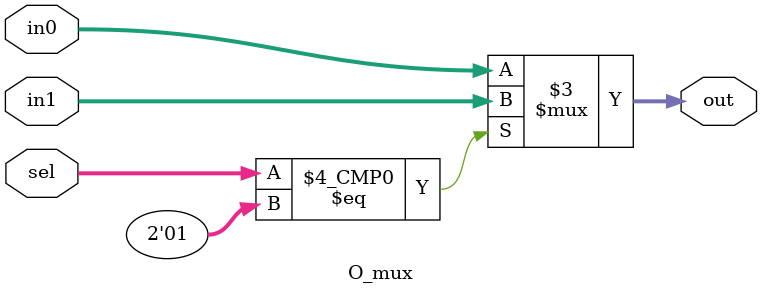
<source format=v>
`timescale 1ns/100ps
/*
Filename      : O_mux.v
Author        : Liam Crowley
Created       : Tue Oct 31 10:28:23 2023
INPUTS        : in0
                in1
                in2
                in3 
OUTPUTS       : out
PARAMETERS    : m

Description   : Output mux for testing multiple voices
*/

module O_mux 
#(
  parameter m = 12
  )
  (/*AUTOARG*/
   // Outputs
   out,
   // Inputs
   in0, in1, sel
   ) ;
   input  [m-1:0] in0, in1;//, in2, in3;
   output reg [m-1:0] out;
   input  [1:0] sel;
   always @ (*) begin
      case (sel) 
	2'b00: begin
	   out = in0;
	end
	2'b01: begin
	   out = in1;
	end
	/*
	 * 2'b10: begin
	   out = in2;
	end
	2'b11: begin
	   out = in3;
	end
	 */
	default: begin
	   out = in0;
	end
      endcase
	  
   end
   
endmodule // O_mux

</source>
